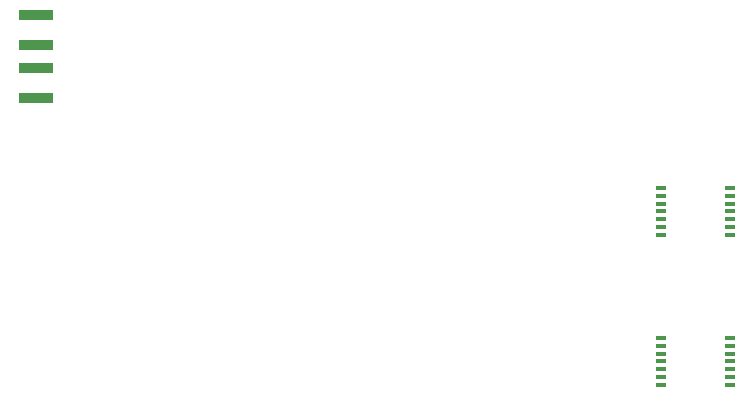
<source format=gtp>
G75*
%MOIN*%
%OFA0B0*%
%FSLAX25Y25*%
%IPPOS*%
%LPD*%
%AMOC8*
5,1,8,0,0,1.08239X$1,22.5*
%
%ADD10R,0.03543X0.01378*%
%ADD11R,0.11811X0.03543*%
D10*
X0267284Y0088323D03*
X0267284Y0090882D03*
X0267284Y0093441D03*
X0267284Y0096000D03*
X0267284Y0098559D03*
X0267284Y0101118D03*
X0267284Y0103677D03*
X0290316Y0103677D03*
X0290316Y0101118D03*
X0290316Y0098559D03*
X0290316Y0096000D03*
X0290316Y0093441D03*
X0290316Y0090882D03*
X0290316Y0088323D03*
X0290316Y0138323D03*
X0290316Y0140882D03*
X0290316Y0143441D03*
X0290316Y0146000D03*
X0290316Y0148559D03*
X0290316Y0151118D03*
X0290316Y0153677D03*
X0267284Y0153677D03*
X0267284Y0151118D03*
X0267284Y0148559D03*
X0267284Y0146000D03*
X0267284Y0143441D03*
X0267284Y0140882D03*
X0267284Y0138323D03*
D11*
X0058794Y0183920D03*
X0058794Y0193763D03*
X0058794Y0201637D03*
X0058794Y0211480D03*
M02*

</source>
